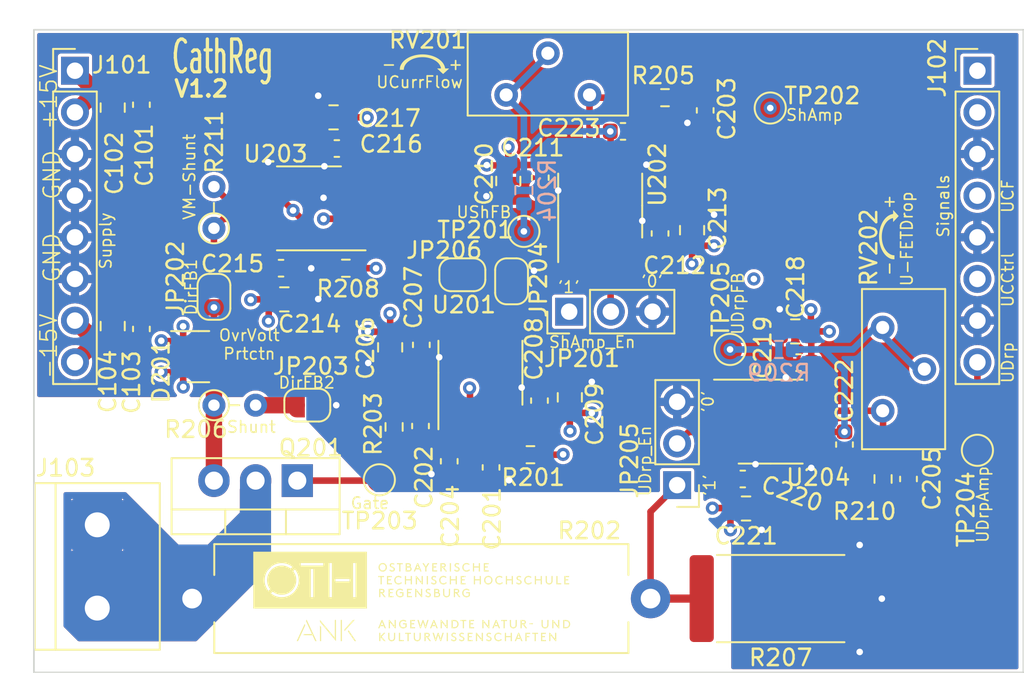
<source format=kicad_pcb>
(kicad_pcb (version 20221018) (generator pcbnew)
  (layers (0 "F.Cu" signal) (1 "In1.Cu" signal) (2 "In2.Cu" signal) (31 "B.Cu" signal) (34 "B.Paste" user) (35 "F.Paste" user) (36 "B.SilkS" user "B.Silkscreen") (37 "F.SilkS" user "F.Silkscreen") (38 "B.Mask" user) (39 "F.Mask" user) (44 "Edge.Cuts" user))
  (net 0 "")
  (net 1 "Net-(C201-Pad1)")
  (net 2 "GND")
  (net 3 "Net-(C202-Pad2)")
  (net 4 "+15V")
  (net 5 "-15V")
  (net 6 "Net-(D201-Pad3)")
  (net 7 "Net-(JP202-Pad1)")
  (net 8 "Net-(JP203-Pad1)")
  (net 9 "Net-(JP204-Pad2)")
  (net 10 "Net-(JP206-Pad1)")
  (net 11 "Net-(JP206-Pad2)")
  (net 12 "Net-(Q201-Pad1)")
  (net 13 "Net-(R204-Pad1)")
  (net 14 "Net-(R204-Pad2)")
  (net 15 "Net-(R205-Pad2)")
  (net 16 "Net-(JP201-Pad2)")
  (net 17 "Net-(JP205-Pad2)")
  (net 18 "Net-(R209-Pad1)")
  (net 19 "Net-(R209-Pad2)")
  (net 20 "/Channel/USh")
  (net 21 "/Channel/UDrp")
  (net 22 "/UCurrFlow")
  (net 23 "/UFETDrop")
  (net 24 "/UCurrCtrl")
  (net 27 "/ChIn")
  (net 28 "Net-(R210-Pad2)")
  (footprint "Jumper:SolderJumper-2_P1.3mm_Open_RoundedPad1.0x1.5mm" (layer "F.Cu") (at 26.11 14.945)
    (fp_text reference "JP206")
    (fp_text value "FedLp")
  )
  (footprint "Capacitor_SMD:C_0603_1608Metric" (layer "F.Cu") (at 30.81 22.62 -90)
    (fp_text reference "C208")
    (fp_text value "100n/25V")
  )
  (footprint "Capacitor_SMD:C_0603_1608Metric" (layer "F.Cu") (at 35.9 6.2 180)
    (fp_text reference "C223")
    (fp_text value "68n/25V")
  )
  (footprint "Resistor_SMD:R_0603_1608Metric" (layer "F.Cu") (at 51.75 27.4 90)
    (fp_text reference "R210")
    (fp_text value "50R")
  )
  (footprint "Capacitor_SMD:C_0805_2012Metric" (layer "F.Cu") (at 15.26 16.445 180)
    (fp_text reference "C214")
    (fp_text value "10µ/25V")
  )
  (footprint "Jumper:SolderJumper-2_P1.3mm_Open_RoundedPad1.0x1.5mm" (layer "F.Cu") (at 29.11 15.345 -90)
    (fp_text reference "JP204")
    (fp_text value "ResGND")
  )
  (footprint "Capacitor_SMD:C_0603_1608Metric" (layer "F.Cu") (at 30.86 9.025 90)
    (fp_text reference "C211")
    (fp_text value "100n/25V")
  )
  (footprint "Capacitor_SMD:C_0805_2012Metric" (layer "F.Cu") (at 32.66 22.42 -90)
    (fp_text reference "C209")
    (fp_text value "10µ/25V")
  )
  (footprint "Capacitor_SMD:C_0805_2012Metric" (layer "F.Cu") (at 46.4 18.4)
    (fp_text reference "C218")
    (fp_text value "10µ/25V")
  )
  (footprint "Resistor_SMD:R_4020_10251Metric" (layer "F.Cu") (at 45.51 34.695 180)
    (fp_text reference "R207")
    (fp_text value "5G/5%")
  )
  (footprint "Package_TO_SOT_THT:TO-220-3_Vertical" (layer "F.Cu") (at 16.05 27.5 180)
    (fp_text reference "Q201")
    (fp_text value "NDFPD1N150CG")
  )
  (footprint "Package_SO:SOIC-8_3.9x4.9mm_P1.27mm" (layer "F.Cu") (at 34.51 10.725 90)
    (fp_text reference "U202")
    (fp_text value "OPA2156xD")
  )
  (footprint "TestPoint:TestPoint_Pad_D1.5mm" (layer "F.Cu") (at 42.425 19.5)
    (fp_text reference "TP205")
    (fp_text value "UDrpFB")
  )
  (footprint "Capacitor_SMD:C_0805_2012Metric" (layer "F.Cu") (at 18.26 5.345)
    (fp_text reference "C217")
    (fp_text value "10µ/25V")
  )
  (footprint "Package_SO:SOIC-8_3.9x4.9mm_P1.27mm" (layer "F.Cu") (at 27.21 20.92 90)
    (fp_text reference "U201")
    (fp_text value "OPA2156xD")
  )
  (footprint "Capacitor_SMD:C_0805_2012Metric" (layer "F.Cu") (at 43.4 29.2 180)
    (fp_text reference "C221")
    (fp_text value "10µ/25V")
  )
  (footprint "Capacitor_SMD:C_0603_1608Metric" (layer "F.Cu") (at 27.86 26.695 -90)
    (fp_text reference "C201")
    (fp_text value "1n/25V")
  )
  (footprint "TestPoint:TestPoint_Pad_D1.5mm" (layer "F.Cu") (at 21.05 27.45)
    (fp_text reference "TP203")
    (fp_text value "Gate")
  )
  (footprint "CustomPinHeader:PinHeader_1x03_P2.54mm_Vertical" (layer "F.Cu") (at 32.62 17.195 90)
    (fp_text reference "JP201")
    (fp_text value "ShAmp_En")
  )
  (footprint "Potentiometer_THT:Potentiometer_Bourns_3296Y_Vertical" (layer "F.Cu") (at 51.725 18.16 90)
    (fp_text reference "RV202")
    (fp_text value "1M")
  )
  (footprint "Package_TO_SOT_SMD:SOT-23" (layer "F.Cu") (at 10.0325 19.94)
    (fp_text reference "D201")
    (fp_text value "BAV99")
  )
  (footprint "Resistor_SMD:R_0603_1608Metric" (layer "F.Cu") (at 19.01 14.545)
    (fp_text reference "R208")
    (fp_text value "220R (opt)")
  )
  (footprint "Capacitor_SMD:C_0805_2012Metric" (layer "F.Cu") (at 28.91 9.225 90)
    (fp_text reference "C210")
    (fp_text value "10µ/25V")
  )
  (footprint "Capacitor_SMD:C_0603_1608Metric" (layer "F.Cu") (at 18.46 7.245)
    (fp_text reference "C216")
    (fp_text value "100n/25V")
  )
  (footprint "Jumper:SolderJumper-2_P1.3mm_Open_RoundedPad1.0x1.5mm" (layer "F.Cu") (at 16.66 22.895)
    (fp_text reference "JP203")
    (fp_text value "DirFB2")
  )
  (footprint "Capacitor_SMD:C_0603_1608Metric" (layer "F.Cu") (at 15.06 14.545 180)
    (fp_text reference "C215")
    (fp_text value "100n/25V")
  )
  (footprint "Capacitor_SMD:C_0805_2012Metric" (layer "F.Cu") (at 4.8 18.075 90)
    (fp_text reference "C104")
    (fp_text value "10µ/25V")
  )
  (footprint "Connector_PinHeader_2.54mm:PinHeader_1x08_P2.54mm_Vertical" (layer "F.Cu") (at 2.5 2.5)
    (fp_text reference "J101")
    (fp_text value "Supply")
  )
  (footprint "LOGO" (layer "F.Cu") (at 23.368 35.306)
    (fp_text reference "G***" hide)
    (fp_text value "LOGO" hide)
  )
  (footprint "Resistor_SMD:R_0603_1608Metric" (layer "F.Cu") (at 21.95 24.225 -90)
    (fp_text reference "R203")
    (fp_text value "220R")
  )
  (footprint "TestPoint:TestPoint_Pad_D1.5mm" (layer "F.Cu") (at 29.86 12.3)
    (fp_text reference "TP201")
    (fp_text value "UShFB")
  )
  (footprint "CustomPinHeader:PinHeader_1x03_P2.54mm_Vertical" (layer "F.Cu") (at 39.2 27.775 180)
    (fp_text reference "JP205")
    (fp_text value "UDrp_En")
  )
  (footprint "Resistor_THT:R_Axial_DIN0204_L3.6mm_D1.6mm_P2.54mm_Vertical" (layer "F.Cu") (at 10.97 22.9)
    (fp_text reference "R206")
    (fp_text value "Shunt")
  )
  (footprint "Capacitor_SMD:C_0805_2012Metric" (layer "F.Cu") (at 40.11 12.225 -90)
    (fp_text reference "C213")
    (fp_text value "10µ/25V")
  )
  (footprint "Capacitor_SMD:C_0603_1608Metric" (layer "F.Cu") (at 40.91 4.92 90)
    (fp_text reference "C203")
    (fp_text value "470p/25V")
  )
  (footprint "Capacitor_SMD:C_0805_2012Metric" (layer "F.Cu") (at 4.8 4.75 90)
    (fp_text reference "C102")
    (fp_text value "10µ/25V")
  )
  (footprint "Capacitor_SMD:C_0603_1608Metric" (layer "F.Cu") (at 25.31 26.32 90)
    (fp_text reference "C204")
    (fp_text value "1n/25V (opt.)")
  )
  (footprint "Package_SO:SOIC-8_3.9x4.9mm_P1.27mm" (layer "F.Cu") (at 16.76 10.895 180)
    (fp_text reference "U203")
    (fp_text value "OPA2156xD")
  )
  (footprint "Capacitor_SMD:C_0603_1608Metric" (layer "F.Cu") (at 23.56 24.17 90)
    (fp_text reference "C202")
    (fp_text value "100n/25V")
  )
  (footprint "Resistor_THT:R_Axial_Power_L25.0mm_W6.4mm_P27.94mm" (layer "F.Cu") (at 37.58 34.695 180)
    (fp_text reference "R202")
    (fp_text value "1T/5%")
  )
  (footprint "Capacitor_SMD:C_0603_1608Metric" (layer "F.Cu") (at 49.4 25.3 90)
    (fp_text reference "C222")
    (fp_text value "68n/25V")
  )
  (footprint "LOGO" (layer "F.Cu") (at 52.1 12.5 90)
    (fp_text reference "G***" hide)
    (fp_text value "LOGO" hide)
  )
  (footprint "TestPoint:TestPoint_Pad_D1.5mm" (layer "F.Cu") (at 44.875 4.775)
    (fp_text reference "TP202")
    (fp_text value "ShAmp")
  )
  (footprint "TerminalBlock:TerminalBlock_bornier-2_P5.08mm" (layer "F.Cu") (at 3.86 30.195 -90)
    (fp_text reference "J103")
    (fp_text value "Channel-In")
  )
  (footprint "Capacitor_SMD:C_0603_1608Metric" (layer "F.Cu") (at 23.61 19.22 90)
    (fp_text reference "C207")
    (fp_text value "100n/25V")
  )
  (footprint "LOGO" (layer "F.Cu") (at 23.8 2.1)
    (fp_text reference "G***" hide)
    (fp_text value "LOGO" hide)
  )
  (footprint "Capacitor_SMD:C_0603_1608Metric" (layer "F.Cu") (at 43.2 27.4 180)
    (fp_text reference "C220")
    (fp_text value "100n/25V")
  )
  (footprint "Resistor_SMD:R_0603_1608Metric" (layer "F.Cu") (at 30.26 25.92 180)
    (fp_text reference "R201")
    (fp_text value "1k")
  )
  (footprint "Resistor_THT:R_Axial_DIN0204_L3.6mm_D1.6mm_P2.54mm_Vertical" (layer "F.Cu") (at 10.97 12.11 90)
    (fp_text reference "R211")
    (fp_text value "VM-Shunt")
  )
  (footprint "Package_SO:SOIC-8_3.9x4.9mm_P1.27mm" (layer "F.Cu") (at 44.9 23.9)
    (fp_text reference "U204")
    (fp_text value "OPA2156xD")
  )
  (footprint "Capacitor_SMD:C_0603_1608Metric" (layer "F.Cu") (at 38.16 12.425 -90)
    (fp_text reference "C212")
    (fp_text value "100n/25V")
  )
  (footprint "Connector_PinHeader_2.54mm:PinHeader_1x08_P2.54mm_Vertical" (layer "F.Cu") (at 57.5 2.5)
    (fp_text reference "J102")
    (fp_text value "Signals")
  )
  (footprint "Potentiometer_THT:Potentiometer_Bourns_3296Y_Vertical" (layer "F.Cu") (at 28.78 3.975 180)
    (fp_text reference "RV201")
    (fp_text value "1M")
  )
  (footprint "TestPoint:TestPoint_Pad_D1.5mm" (layer "F.Cu") (at 57.5 25.65)
    (fp_text reference "TP204")
    (fp_text value "UDrpAmp")
  )
  (footprint "Capacitor_SMD:C_0603_1608Metric" (layer "F.Cu") (at 6.55 4.575 90)
    (fp_text reference "C101")
    (fp_text value "100n/25V")
  )
  (footprint "Resistor_SMD:R_0603_1608Metric" (layer "F.Cu") (at 38.46 4.145 180)
    (fp_text reference "R205")
    (fp_text value "50R")
  )
  (footprint "Capacitor_SMD:C_0603_1608Metric" (layer "F.Cu") (at 53.3 27.4 -90)
    (fp_text reference "C205")
    (fp_text value "470p/25V")
  )
  (footprint "Capacitor_SMD:C_0603_1608Metric" (layer "F.Cu") (at 46.6 20.305)
    (fp_text reference "C219")
    (fp_text value "100n/25V")
  )
  (footprint "Capacitor_SMD:C_0603_1608Metric" (layer "F.Cu") (at 6.55 18.25 90)
    (fp_text reference "C103")
    (fp_text value "100n/25V")
  )
  (footprint "Capacitor_SMD:C_0805_2012Metric" (layer "F.Cu") (at 21.71 19.37 90)
    (fp_text reference "C206")
    (fp_text value "10µ/25V")
  )
  (footprint "Jumper:SolderJumper-2_P1.3mm_Open_RoundedPad1.0x1.5mm" (layer "F.Cu") (at 10.97 16.29 -90)
    (fp_text reference "JP202")
    (fp_text value "DirFB1")
  )
  (footprint "Resistor_SMD:R_0603_1608Metric" (layer "B.Cu") (at 45.4 19.5)
    (fp_text reference "R209")
    (fp_text value "100k")
  )
  (footprint "Resistor_SMD:R_0603_1608Metric" (layer "B.Cu") (at 29.86 9.8 90)
    (fp_text reference "R204")
    (fp_text value "100k")
  )
  (gr_rect (start 0 0) (end 60.3 39.2) (stroke (width 0.1)) (fill none) (layer "Edge.Cuts"))
  (gr_text "UCF" (at 59.35 10.15 90) (layer "F.SilkS") (effects (font (size 0.7 0.7) (thickness 0.1))))
  (gr_text "GND" (at 1.1 13.9 90) (layer "F.SilkS") (effects (font (size 1 1) (thickness 0.1))))
  (gr_text "UCCtrl" (at 59.35 15.25 90) (layer "F.SilkS") (effects (font (size 0.7 0.7) (thickness 0.1))))
  (gr_text "+15V" (at 0.9 4.1 90) (layer "F.SilkS") (effects (font (size 1 1) (thickness 0.1))))
  (gr_text "UDrp" (at 59.35 20.3 90) (layer "F.SilkS") (effects (font (size 0.7 0.7) (thickness 0.1))))
  (gr_text "-      +" (at 26.2 2.1) (layer "F.SilkS") (effects (font (size 0.7 0.7) (thickness 0.1)) (justify right)))
  (gr_text "U-FETDrop" (at 53.2 15.7 90) (layer "F.SilkS") (effects (font (size 0.7 0.7) (thickness 0.1)) (justify left)))
  (gr_text "-      +" (at 52.1 10 90) (layer "F.SilkS") (effects (font (size 0.7 0.7) (thickness 0.1)) (justify right)))
  (gr_text "GND" (at 1.1 8.85 90) (layer "F.SilkS") (effects (font (size 1 1) (thickness 0.1))))
  (gr_text "-15V" (at 0.9 19.3 90) (layer "F.SilkS") (effects (font (size 1 1) (thickness 0.1))))
  (gr_text "V1.2" (at 10.2 3.6) (layer "F.SilkS") (effects (font (size 1 1) (thickness 0.2))))
  (gr_text "CathReg" (at 11.5 1.65) (layer "F.SilkS") (effects (font (size 2 1) (thickness 0.2))))
  (gr_text "OvrVolt\nPrtctn" (at 13.125 19.2) (layer "F.SilkS") (effects (font (size 0.7 0.7) (thickness 0.1))))
  (gr_text "UCurrFlow" (at 26.2 3.2) (layer "F.SilkS") (effects (font (size 0.7 0.7) (thickness 0.1)) (justify right)))
  (segment (start 29.435 25.92) (end 27.86 25.92) (width 0.4) (layer "F.Cu") (net 1))
  (segment (start 27.845 25.905) (end 27.86 25.92) (width 0.4) (layer "F.Cu") (net 1))
  (segment (start 27.845 23.395) (end 27.845 25.905) (width 0.4) (layer "F.Cu") (net 1))
  (segment (start 32.66 21.47) (end 33.995 21.47) (width 0.4) (layer "F.Cu") (net 2))
  (segment (start 20.38 20.32) (end 20.375 20.325) (width 0.4) (layer "F.Cu") (net 2))
  (segment (start 50.3225 31.4275) (end 50.325 31.425) (width 0.4) (layer "F.Cu") (net 2))
  (segment (start 45.45 18.4) (end 45.45 17.05) (width 0.4) (layer "F.Cu") (net 2))
  (segment (start 50.3225 37.9475) (end 50.325 37.95) (width 0.4) (layer "F.Cu") (net 2))
  (segment (start 37.08 11.65) (end 37.075 11.655) (width 0.4) (layer "F.Cu") (net 2))
  (segment (start 30.86 9.8) (end 31.945 9.8) (width 0.4) (layer "F.Cu") (net 2))
  (segment (start 17.31 5.345) (end 17.31 4.04) (width 0.4) (layer "F.Cu") (net 2))
  (segment (start 51.67 34.695) (end 51.675 34.7) (width 0.4) (layer "F.Cu") (net 2))
  (segment (start 33.995 21.47) (end 34 21.475) (width 0.4) (layer "F.Cu") (net 2))
  (segment (start 28.945 27.47) (end 28.95 27.475) (width 0.4) (layer "F.Cu") (net 2))
  (segment (start 14.285 8.085) (end 14.275 8.075) (width 0.4) (layer "F.Cu") (net 2))
  (segment (start 25.31 27.095) (end 24.23 27.095) (width 0.4) (layer "F.Cu") (net 2))
  (segment (start 19.235 10.26) (end 17.66 10.26) (width 0.4) (layer "F.Cu") (net 2))
  (segment (start 17.31 4.04) (end 17.325 4.025) (width 0.4) (layer "F.Cu") (net 2))
  (segment (start 41.445 11.275) (end 41.45 11.28) (width 0.4) (layer "F.Cu") (net 2))
  (segment (start 30.47 14.695) (end 30.475 14.7) (width 0.4) (layer "F.Cu") (net 2))
  (segment (start 16.895 14.545) (end 16.9 14.55) (width 0.4) (layer "F.Cu") (net 2))
  (segment (start 50.3225 34.695) (end 50.3225 37.9475) (width 0.4) (layer "F.Cu") (net 2))
  (segment (start 38.16 11.65) (end 37.08 11.65) (width 0.4) (layer "F.Cu") (net 2))
  (segment (start 17.31 22.895) (end 18.42 22.895) (width 0.4) (layer "F.Cu") (net 2))
  (segment (start 28.91 10.175) (end 27.595 10.175) (width 0.4) (layer "F.Cu") (net 2))
  (segment (start 36.415 8.25) (end 37.305 8.25) (width 0.4) (layer "F.Cu") (net 2))
  (segment (start 27.595 10.175) (end 27.575 10.155) (width 0.4) (layer "F.Cu") (net 2))
  (segment (start 47.375 25.805) (end 47.375 26.725) (width 0.4) (layer "F.Cu") (net 2))
  (segment (start 24.68 19.995) (end 24.7 19.975) (width 0.4) (layer "F.Cu") (net 2))
  (segment (start 21.71 20.32) (end 20.38 20.32) (width 0.4) (layer "F.Cu") (net 2))
  (segment (start 31.945 9.8) (end 31.95 9.805) (width 0.4) (layer "F.Cu") (net 2))
  (segment (start 29.745 21.845) (end 29.725 21.825) (width 0.4) (layer "F.Cu") (net 2))
  (segment (start 44.35 29.175) (end 44.35 30.5) (width 0.4) (layer "F.Cu") (net 2))
  (segment (start 17.685 7.245) (end 17.685 8.31) (width 0.4) (layer "F.Cu") (net 2))
  (segment (start 45.825 20.105) (end 45.825 21.205) (width 0.4) (layer "F.Cu") (net 2))
  (segment (start 50.3225 34.695) (end 51.67 34.695) (width 0.4) (layer "F.Cu") (net 2))
  (segment (start 16.21 16.445) (end 17.305 16.445) (width 0.4) (layer "F.Cu") (net 2))
  (segment (start 40.91 5.7) (end 39.845 5.7) (width 0.4) (layer "F.Cu") (net 2))
  (segment (start 37.305 8.25) (end 37.325 8.23) (width 0.4) (layer "F.Cu") (net 2))
  (segment (start 17.305 16.445) (end 17.325 16.425) (width 0.4) (layer "F.Cu") (net 2))
  (segment (start 39.845 5.7) (end 39.825 5.68) (width 0.4) (layer "F.Cu") (net 2))
  (segment (start 23.61 19.995) (end 24.68 19.995) (width 0.4) (layer "F.Cu") (net 2))
  (segment (start 18.42 22.895) (end 18.425 22.9) (width 0.4) (layer "F.Cu") (net 2))
  (segment (start 29.11 14.695) (end 30.47 14.695) (width 0.4) (layer "F.Cu") (net 2))
  (segment (start 24.23 27.095) (end 24.225 27.1) (width 0.4) (layer "F.Cu") (net 2))
  (segment (start 17.66 10.26) (end 17.65 10.25) (width 0.4) (layer "F.Cu") (net 2))
  (segment (start 50.3225 34.695) (end 50.3225 31.4275) (width 0.4) (layer "F.Cu") (net 2))
  (segment (start 27.86 27.47) (end 28.945 27.47) (width 0.4) (layer "F.Cu") (net 2))
  (segment (start 30.81 21.845) (end 29.745 21.845) (width 0.4) (layer "F.Cu") (net 2))
  (segment (start 43.975 27.6) (end 43.975 26.5) (width 0.4) (layer "F.Cu") (net 2))
  (segment (start 14.285 8.99) (end 14.285 8.085) (width 0.4) (layer "F.Cu") (net 2))
  (segment (start 17.685 8.31) (end 17.7 8.325) (width 0.4) (layer "F.Cu") (net 2))
  (segment (start 40.11 11.275) (end 41.445 11.275) (width 0.4) (layer "F.Cu") (net 2))
  (segment (start 15.835 14.545) (end 16.895 14.545) (width 0.4) (layer "F.Cu") (net 2))
  (via (at 14.275 8.075) (size 0.8) (drill 0.4) (layers "F.Cu" "B.Cu") (net 2))
  (via (at 20.375 20.325) (size 0.8) (drill 0.4) (layers "F.Cu" "B.Cu") (net 2))
  (via (at 17.65 10.25) (size 0.8) (drill 0.4) (layers "F.Cu" "B.Cu") (net 2))
  (via (at 37.325 8.23) (size 0.8) (drill 0.4) (layers "F.Cu" "B.Cu") (net 2))
  (via (at 29.725 21.825) (size 0.8) (drill 0.4) (layers "F.Cu" "B.Cu") (net 2))
  (via (at 37.075 11.655) (size 0.8) (drill 0.4) (layers "F.Cu" "B.Cu") (net 2))
  (via (at 44.35 30.5) (size 0.8) (drill 0.4) (layers "F.Cu" "B.Cu") (net 2))
  (via (at 47.375 26.725) (size 0.8) (drill 0.4) (layers "F.Cu" "B.Cu") (net 2))
  (via (at 28.95 27.475) (size 0.8) (drill 0.4) (layers "F.Cu" "B.Cu") (net 2))
  (via (at 17.7 8.325) (size 0.8) (drill 0.4) (layers "F.Cu" "B.Cu") (net 2))
  (via (at 43.975 26.5) (size 0.8) (drill 0.4) (layers "F.Cu" "B.Cu") (net 2))
  (via (at 39.825 5.68) (size 0.8) (drill 0.4) (layers "F.Cu" "B.Cu") (net 2))
  (via (at 30.475 14.7) (size 0.8) (drill 0.4) (layers "F.Cu" "B.Cu") (net 2))
  (via (at 50.325 37.95) (size 0.8) (drill 0.4) (layers "F.Cu" "B.Cu") (net 2))
  (via (at 31.95 9.805) (size 0.8) (drill 0.4) (layers "F.Cu" "B.Cu") (net 2))
  (via (at 24.7 19.975) (size 0.8) (drill 0.4) (layers "F.Cu" "B.Cu") (net 2))
  (via (at 17.325 4.025) (size 0.8) (drill 0.4) (layers "F.Cu" "B.Cu") (net 2))
  (via (at 45.45 17.05) (size 0.8) (drill 0.4) (layers "F.Cu" "B.Cu") (net 2))
  (via (at 24.225 27.1) (size 0.8) (drill 0.4) (layers "F.Cu" "B.Cu") (net 2))
  (via (at 17.325 16.425) (size 0.8) (drill 0.4) (layers "F.Cu" "B.Cu") (net 2))
  (via (at 51.675 34.7) (size 0.8) (drill 0.4) (layers "F.Cu" "B.Cu") (net 2))
  (via (at 50.325 31.425) (size 0.8) (drill 0.4) (layers "F.Cu" "B.Cu") (net 2))
  (via (at 45.825 21.205) (size 0.8) (drill 0.4) (layers "F.Cu" "B.Cu") (net 2))
  (via (at 34 21.475) (size 0.8) (drill 0.4) (layers "F.Cu" "B.Cu") (net 2))
  (via (at 18.425 22.9) (size 0.8) (drill 0.4) (layers "F.Cu" "B.Cu") (net 2))
  (via (at 16.9 14.55) (size 0.8) (drill 0.4) (layers "F.Cu" "B.Cu") (net 2))
  (via (at 41.45 11.28) (size 0.8) (drill 0.4) (layers "F.Cu" "B.Cu") (net 2))
  (via (at 27.575 10.155) (size 0.8) (drill 0.4) (layers "F.Cu" "B.Cu") (net 2))
  (segment (start 21.95 23.4) (end 23.555 23.4) (width 0.4) (layer "F.Cu") (net 3))
  (segment (start 23.555 23.4) (end 23.56 23.395) (width 0.4) (layer "F.Cu") (net 3))
  (segment (start 23.56 23.395) (end 25.305 23.395) (width 0.4) (layer "F.Cu") (net 3))
  (segment (start 47.375 20.2) (end 47.375 18.275) (width 0.4) (layer "F.Cu") (net 4))
  (segment (start 14.31 16.445) (end 13.235 16.445) (width 0.4) (layer "F.Cu") (net 4))
  (segment (start 14.285 14.545) (end 14.285 16.42) (width 0.4) (layer "F.Cu") (net 4))
  (segment (start 47.35 17.075) (end 47.35 18.4) (width 0.4) (layer "F.Cu") (net 4))
  (segment (start 30.86 8.25) (end 28.935 8.25) (width 0.4) (layer "F.Cu") (net 4))
  (segment (start 3.74 3.8) (end 2.5 5.04) (width 1) (layer "F.Cu") (net 4))
  (segment (start 6.55 3.8) (end 4.4 3.8) (width 1) (layer "F.Cu") (net 4))
  (segment (start 21.735 18.445) (end 21.71 18.42) (width 0.4) (layer "F.Cu") (net 4))
  (segment (start 14.285 12.8) (end 14.285 14.545) (width 0.4) (layer "F.Cu") (net 4))
  (segment (start 14.31 16.445) (end 14.31 17.75) (width 0.4) (layer "F.Cu") (net 4))
  (segment (start 28.91 7.165) (end 28.9 7.155) (width 0.4) (layer "F.Cu") (net 4))
  (segment (start 20.37 18.42) (end 20.35 18.4) (width 0.4) (layer "F.Cu") (net 4))
  (segment (start 32.605 8.25) (end 30.86 8.25) (width 0.4) (layer "F.Cu") (net 4))
  (segment (start 27.62 8.275) (end 27.6 8.255) (width 0.4) (layer "F.Cu") (net 4))
  (segment (start 47.375 21.995) (end 47.375 20.305) (width 0.4) (layer "F.Cu") (net 4))
  (segment (start 28.91 8.275) (end 27.62 8.275) (width 0.4) (layer "F.Cu") (net 4))
  (segment (start 9.095 20.89) (end 9.095 21.785) (width 0.4) (layer "F.Cu") (net 4))
  (segment (start 48.475 18.4) (end 47.35 18.4) (width 0.4) (layer "F.Cu") (net 4))
  (segment (start 28.935 8.25) (end 28.91 8.275) (width 0.4) (layer "F.Cu") (net 4))
  (segment (start 23.61 18.445) (end 21.735 18.445) (width 0.4) (layer "F.Cu") (net 4))
  (segment (start 13.235 16.445) (end 13.21 16.47) (width 0.4) (layer "F.Cu") (net 4))
  (segment (start 21.71 18.42) (end 20.37 18.42) (width 0.4) (layer "F.Cu") (net 4))
  (segment (start 28.91 8.275) (end 28.91 7.165) (width 0.4) (layer "F.Cu") (net 4))
  (segment (start 25.305 18.445) (end 23.61 18.445) (width 0.4) (layer "F.Cu") (net 4))
  (segment (start 9.095 21.785) (end 9.1 21.79) (width 0.4) (layer "F.Cu") (net 4))
  (segment (start 4.4 3.8) (end 3.8 3.8) (width 1) (layer "F.Cu") (net 4))
  (segment (start 9.095 20.89) (end 7.76 20.89) (width 0.4) (layer "F.Cu") (net 4))
  (segment (start 4.4 3.8) (end 3.74 3.8) (width 1) (layer "F.Cu") (net 4))
  (segment (start 21.71 18.42) (end 21.71 17.31) (width 0.4) (layer "F.Cu") (net 4))
  (segment (start 21.71 17.31) (end 21.7 17.3) (width 0.4) (layer "F.Cu") (net 4))
  (segment (start 7.76 20.89) (end 7.75 20.88) (width 0.4) (layer "F.Cu") (net 4))
  (segment (start 14.31 17.75) (end 14.29 17.77) (width 0.4) (layer "F.Cu") (net 4))
  (segment (start 14.285 16.42) (end 14.31 16.445) (width 0.4) (layer "F.Cu") (net 4))
  (segment (start 3.8 3.8) (end 2.5 2.5) (width 1) (layer "F.Cu") (net 4))
  (via (at 47.35 17.075) (size 0.8) (drill 0.4) (layers "F.Cu" "B.Cu") (net 4))
  (via (at 9.1 21.79) (size 0.8) (drill 0.4) (layers "F.Cu" "B.Cu") (net 4))
  (via (at 48.475 18.4) (size 0.8) (drill 0.4) (layers "F.Cu" "B.Cu") (net 4))
  (via (at 28.9 7.155) (size 0.8) (drill 0.4) (layers "F.Cu" "B.Cu") (net 4))
  (via (at 27.6 8.255) (size 0.8) (drill 0.4) (layers "F.Cu" "B.Cu") (net 4))
  (via (at 14.29 17.77) (size 0.8) (drill 0.4) (layers "F.Cu" "B.Cu") (net 4))
  (via (at 21.7 17.3) (size 0.8) (drill 0.4) (layers "F.Cu" "B.Cu") (net 4))
  (via (at 7.75 20.88) (size 0.8) (drill 0.4) (layers "F.Cu" "B.Cu") (net 4))
  (via (at 13.21 16.47) (size 0.8) (drill 0.4) (layers "F.Cu" "B.Cu") (net 4))
  (via (at 20.35 18.4) (size 0.8) (drill 0.4) (layers "F.Cu" "B.Cu") (net 4))
  (segment (start 19.235 7.245) (end 19.235 5.37) (width 0.4) (layer "F.Cu") (net 5))
  (segment (start 42.425 25.805) (end 42.425 27.6) (width 0.4) (layer "F.Cu") (net 5))
  (segment (start 9.095 18.095) (end 9.09 18.09) (width 0.4) (layer "F.Cu") (net 5))
  (segment (start 29.115 23.395) (end 30.81 23.395) (width 0.4) (layer "F.Cu") (net 5))
  (segment (start 40.11 13.175) (end 40.11 14.27) (width 0.4) (layer "F.Cu") (net 5))
  (segment (start 9.095 18.99) (end 7.78 18.99) (width 0.4) (layer "F.Cu") (net 5))
  (segment (start 19.235 8.99) (end 19.235 7.245) (width 0.4) (layer "F.Cu") (net 5))
  (segment (start 32.66 23.37) (end 33.995 23.37) (width 0.4) (layer "F.Cu") (net 5))
  (segment (start 42.425 29.175) (end 42.45 29.2) (width 0.4) (layer "F.Cu") (net 5))
  (segment (start 40.11 13.175) (end 41.445 13.175) (width 0.4) (layer "F.Cu") (net 5))
  (segment (start 19.235 5.37) (end 19.21 5.345) (width 0.4) (layer "F.Cu") (net 5))
  (segment (start 36.415 13.2) (end 38.16 13.2) (width 0.4) (layer "F.Cu") (net 5))
  (segment (start 20.295 5.345) (end 20.31 5.36) (width 0.4) (layer "F.Cu") (net 5))
  (segment (start 32.66 24.46) (end 32.675 24.475) (width 0.4) (layer "F.Cu") (net 5))
  (segment (start 9.095 18.99) (end 9.095 18.095) (width 0.4) (layer "F.Cu") (net 5))
  (segment (start 3.755 19.025) (end 2.5 20.28) (width 1) (layer "F.Cu") (net 5))
  (segment (start 4.425 19.025) (end 3.785 19.025) (width 1) (layer "F.Cu") (net 5))
  (segment (start 3.785 19.025) (end 2.5 17.74) (width 1) (layer "F.Cu") (net 5))
  (segment (start 32.66 23.37) (end 32.66 24.46) (width 0.4) (layer "F.Cu") (net 5))
  (segment (start 30.81 23.395) (end 32.635 23.395) (width 0.4) (layer "F.Cu") (net 5))
  (segment (start 40.11 14.27) (end 40.1 14.28) (width 0.4) (layer "F.Cu") (net 5))
  (segment (start 42.425 27.4) (end 42.425 29.175) (width 0.4) (layer "F.Cu") (net 5))
  (segment (start 42.45 30.5) (end 42.45 29.2) (width 0.4) (layer "F.Cu") (net 5))
  (segment (start 40.085 13.2) (end 40.11 13.175) (width 0.4) (layer "F.Cu") (net 5))
  (segment (start 32.635 23.395) (end 32.66 23.37) (width 0.4) (layer "F.Cu") (net 5))
  (segment (start 4.425 19.025) (end 3.755 19.025) (width 1) (layer "F.Cu") (net 5))
  (segment (start 6.55 19.025) (end 4.425 19.025) (width 1) (layer "F.Cu") (net 5))
  (segment (start 19.21 5.345) (end 20.295 5.345) (width 0.4) (layer "F.Cu") (net 5))
  (segment (start 38.16 13.2) (end 40.085 13.2) (width 0.4) (layer "F.Cu") (net 5))
  (segment (start 41.445 13.175) (end 41.45 13.18) (width 0.4) (layer "F.Cu") (net 5))
  (segment (start 33.995 23.37) (end 34 23.375) (width 0.4) (layer "F.Cu") (net 5))
  (segment (start 7.78 18.99) (end 7.76 18.97) (width 0.4) (layer "F.Cu") (net 5))
  (segment (start 41.35 29.175) (end 42.425 29.175) (width 0.4) (layer "F.Cu") (net 5))
  (via (at 34 23.375) (size 0.8) (drill 0.4) (layers "F.Cu" "B.Cu") (net 5))
  (via (at 42.45 30.5) (size 0.8) (drill 0.4) (layers "F.Cu" "B.Cu") (net 5))
  (via (at 32.675 24.475) (size 0.8) (drill 0.4) (layers "F.Cu" "B.Cu") (net 5))
  (via (at 41.45 13.18) (size 0.8) (drill 0.4) (layers "F.Cu" "B.Cu") (net 5))
  (via (at 20.31 5.36) (size 0.8) (drill 0.4) (layers "F.Cu" "B.Cu") (net 5))
  (via (at 7.76 18.97) (size 0.8) (drill 0.4) (layers "F.Cu" "B.Cu") (net 5))
  (via (at 41.35 29.175) (size 0.8) (drill 0.4) (layers "F.Cu" "B.Cu") (net 5))
  (via (at 9.09 18.09) (size 0.8) (drill 0.4) (layers "F.Cu" "B.Cu") (net 5))
  (via (at 40.1 14.28) (size 0.8) (drill 0.4) (layers "F.Cu" "B.Cu") (net 5))
  (segment (start 10.97 19.94) (end 10.97 22.9) (width 1) (layer "F.Cu") (net 6))
  (segment (start 19.235 11.53) (end 17.66 11.53) (width 0.4) (layer "F.Cu") (net 6))
  (segment (start 10.97 22.9) (end 10.97 27.5) (width 1) (layer "F.Cu") (net 6))
  (segment (start 17.66 11.53) (end 17.65 11.54) (width 0.4) (layer "F.Cu") (net 6))
  (segment (start 10.97 19.94) (end 10.97 16.94) (width 0.4) (layer "F.Cu") (net 6))
  (via (at 17.65 11.54) (size 0.8) (drill 0.4) (layers "F.Cu" "B.Cu") (net 6))
  (via (at 10.97 16.94) (size 0.8) (drill 0.4) (layers "F.Cu" "B.Cu") (net 6))
  (segment (start 10.97 12.11) (end 11.55 11.53) (width 0.4) (layer "F.Cu") (net 7))
  (segment (start 18.185 14.545) (end 15.17 11.53) (width 0.4) (layer "F.Cu") (net 7))
  (segment (start 10.97 12.11) (end 10.97 15.64) (width 0.4) (layer "F.Cu") (net 7))
  (segment (start 15.17 11.53) (end 14.285 11.53) (width 0.4) (layer "F.Cu") (net 7))
  (segment (start 11.55 11.53) (end 14.285 11.53) (width 0.4) (layer "F.Cu") (net 7))
  (segment (start 16.005 22.9) (end 16.01 22.895) (width 1) (layer "F.Cu") (net 8))
  (segment (start 17.570665 12.8) (end 19.235 12.8) (width 0.4) (layer "F.Cu") (net 8))
  (segment (start 11.66 10.26) (end 10.97 9.57) (width 0.4) (layer "F.Cu") (net 8))
  (segment (start 15.792096 11.021431) (end 15.030665 10.26) (width 0.4) (layer "F.Cu") (net 8))
  (segment (start 15.030665 10.26) (end 14.285 10.26) (width 0.4) (layer "F.Cu") (net 8))
  (segment (start 15.792096 11.021431) (end 17.570665 12.8) (width 0.4) (layer "F.Cu") (net 8))
  (segment (start 14.285 10.26) (end 11.66 10.26) (width 0.4) (layer "F.Cu") (net 8))
  (segment (start 13.51 22.9) (end 16.005 22.9) (width 1) (layer "F.Cu") (net 8))
  (via (at 15.792096 11.021431) (size 0.8) (drill 0.4) (layers "F.Cu" "B.Cu") (net 8))
  (segment (start 29.11 18.44) (end 29.115 18.445) (width 0.4) (layer "F.Cu") (net 9))
  (segment (start 29.11 15.995) (end 29.11 18.44) (width 0.4) (layer "F.Cu") (net 9))
  (segment (start 25.46 14.945) (end 25.46 15.56) (width 0.4) (layer "F.Cu") (net 10))
  (segment (start 26.575 16.675) (end 26.575 18.445) (width 0.4) (layer "F.Cu") (net 10))
  (segment (start 25.46 15.56) (end 26.575 16.675) (width 0.4) (layer "F.Cu") (net 10))
  (segment (start 27.845 16.795) (end 27.845 18.445) (width 0.4) (layer "F.Cu") (net 11))
  (segment (start 26.76 15.71) (end 27.845 16.795) (width 0.4) (layer "F.Cu") (net 11))
  (segment (start 26.76 14.945) (end 26.76 15.71) (width 0.4) (layer "F.Cu") (net 11))
  (segment (start 21 27.5) (end 21.05 27.45) (width 0.4) (layer "F.Cu") (net 12))
  (segment (start 21.95 25.05) (end 21.95 26.55) (width 0.4) (layer "F.Cu") (net 12))
  (segment (start 21.95 26.55) (end 21.05 27.45) (width 0.4) (layer "F.Cu") (net 12))
  (segment (start 16.05 27.5) (end 21 27.5) (width 0.4) (layer "F.Cu") (net 12))
  (segment (start 32.605 13.2) (end 30.76 13.2) (width 0.4) (layer "F.Cu") (net 13))
  (segment (start 33.875 13.2) (end 32.605 13.2) (width 0.4) (layer "F.Cu") (net 13))
  (segment (start 30.76 13.2) (end 29.86 12.3) (width 0.4) (layer "F.Cu") (net 13))
  (via (at 29.86 12.3) (size 0.8) (drill 0.4) (layers "F.Cu" "B.Cu") (net 13))
  (segment (start 29.86 10.625) (end 29.86 12.3) (width 0.4) (layer "B.Cu") (net 13))
  (segment (start 35.145 8.25) (end 35.145 6.22) (width 0.4) (layer "F.Cu") (net 14))
  (segment (start 35.145 6.22) (end 35.125 6.2) (width 0.4) (layer "F.Cu") (net 14))
  (via (at 35.125 6.2) (size 0.8) (drill 0.4) (layers "F.Cu" "B.Cu") (net 14))
  (segment (start 29.86 8.975) (end 29.86 7.745) (width 0.4) (layer "B.Cu") (net 14))
  (segment (start 28.78 4.075) (end 31.32 1.535) (width 0.4) (layer "B.Cu") (net 14))
  (segment (start 31.125 6.2) (end 29.86 7.465) (width 0.4) (layer "B.Cu") (net 14))
  (segment (start 29.86 7.465) (end 29.86 7.745) (width 0.4) (layer "B.Cu") (net 14))
  (segment (start 28.78 4.075) (end 29.86 5.155) (width 0.4) (layer "B.Cu") (net 14))
  (segment (start 35.125 6.2) (end 31.125 6.2) (width 0.4) (layer "B.Cu") (net 14))
  (segment (start 29.86 5.155) (end 29.86 7.745) (width 0.4) (layer "B.Cu") (net 14))
  (segment (start 33.86 8.235) (end 33.86 4.075) (width 0.4) (layer "F.Cu") (net 15))
  (segment (start 37.635 4.145) (end 33.93 4.145) (width 0.4) (layer "F.Cu") (net 15))
  (segment (start 33.875 8.25) (end 33.86 8.235) (width 0.4) (layer "F.Cu") (net 15))
  (segment (start 33.93 4.145) (end 33.86 4.075) (width 0.4) (layer "F.Cu") (net 15))
  (segment (start 35.145 17.18) (end 35.16 17.195) (width 0.4) (layer "F.Cu") (net 16))
  (segment (start 35.145 12.595) (end 35.145 17.18) (width 0.4) (layer "F.Cu") (net 16))
  (segment (start 39.9 24.535) (end 42.425 24.535) (width 0.4) (layer "F.Cu") (net 17))
  (segment (start 39.2 25.235) (end 39.9 24.535) (width 0.4) (layer "F.Cu") (net 17))
  (segment (start 42.425 21.995) (end 42.425 19.5) (width 0.4) (layer "F.Cu") (net 18))
  (segment (start 42.425 21.995) (end 42.425 23.265) (width 0.4) (layer "F.Cu") (net 18))
  (via (at 42.425 19.5) (size 0.8) (drill 0.4) (layers "F.Cu" "B.Cu") (net 18))
  (segment (start 44.575 19.5) (end 42.425 19.5) (width 0.4) (layer "B.Cu") (net 18))
  (segment (start 49.39 24.535) (end 49.4 24.525) (width 0.4) (layer "F.Cu") (net 19))
  (segment (start 47.375 24.535) (end 49.39 24.535) (width 0.4) (layer "F.Cu") (net 19))
  (via (at 49.4 24.525) (size 0.8) (drill 0.4) (layers "F.Cu" "B.Cu") (net 19))
  (segment (start 51.25 18.16) (end 53.79 20.7) (width 0.4) (layer "B.Cu") (net 19))
  (segment (start 49.91 19.5) (end 50.01 19.4) (width 0.4) (layer "B.Cu") (net 19))
  (segment (start 50.01 19.4) (end 51.25 18.16) (width 0.4) (layer "B.Cu") (net 19))
  (segment (start 46.225 19.5) (end 49.91 19.5) (width 0.4) (layer "B.Cu") (net 19))
  (segment (start 49.4 24.525) (end 49.4 20.8) (width 0.4) (layer "B.Cu") (net 19))
  (segment (start 48.1 19.5) (end 49.91 19.5) (width 0.4) (layer "B.Cu") (net 19))
  (segment (start 49.4 20.8) (end 48.1 19.5) (width 0.4) (layer "B.Cu") (net 19))
  (segment (start 26.575 23.395) (end 26.575 21.875) (width 0.4) (layer "F.Cu") (net 20))
  (segment (start 25.31 25.545) (end 24.16 25.545) (width 0.4) (layer "F.Cu") (net 20))
  (segment (start 26.575 21.875) (end 26.55 21.85) (width 0.4) (layer "F.Cu") (net 20))
  (segment (start 25.795 25.545) (end 25.31 25.545) (width 0.4) (layer "F.Cu") (net 20))
  (segment (start 19.835 14.545) (end 20.845 14.545) (width 0.4) (layer "F.Cu") (net 20))
  (segment (start 26.575 23.395) (end 26.575 24.775) (width 0.4) (layer "F.Cu") (net 20))
  (segment (start 26.575 24.775) (end 25.8 25.55) (width 0.4) (layer "F.Cu") (net 20))
  (segment (start 25.8 25.55) (end 25.795 25.545) (width 0.4) (layer "F.Cu") (net 20))
  (segment (start 20.845 14.545) (end 20.85 14.55) (width 0.4) (layer "F.Cu") (net 20))
  (segment (start 24.16 25.545) (end 23.56 24.945) (width 0.4) (layer "F.Cu") (net 20))
  (via (at 26.55 21.85) (size 0.8) (drill 0.4) (layers "F.Cu" "B.Cu") (net 20))
  (via (at 20.85 14.55) (size 0.8) (drill 0.4) (layers "F.Cu" "B.Cu") (net 20))
  (segment (start 37.58 29.395) (end 39.2 27.775) (width 0.4) (layer "F.Cu") (net 21))
  (segment (start 37.58 34.695) (end 37.58 29.395) (width 0.4) (layer "F.Cu") (net 21))
  (segment (start 37.58 34.695) (end 40.6975 34.695) (width 0.5) (layer "F.Cu") (net 21))
  (segment (start 44.245 4.145) (end 44.875 4.775) (width 0.4) (layer "F.Cu") (net 22))
  (segment (start 40.91 4.145) (end 44.245 4.145) (width 0.4) (layer "F.Cu") (net 22))
  (segment (start 39.285 4.145) (end 40.91 4.145) (width 0.4) (layer "F.Cu") (net 22))
  (via (at 44.875 4.775) (size 0.8) (drill 0.4) (layers "F.Cu" "B.Cu") (net 22))
  (segment (start 53.3 28.175) (end 51.8 28.175) (width 0.4) (layer "F.Cu") (net 23))
  (segment (start 57.5 25.65) (end 54.975 28.175) (width 0.4) (layer "F.Cu") (net 23))
  (segment (start 51.8 28.175) (end 51.75 28.225) (width 0.4) (layer "F.Cu") (net 23))
  (segment (start 53.3 28.175) (end 54.975 28.175) (width 0.4) (layer "F.Cu") (net 23))
  (segment (start 57.5 25.65) (end 57.5 20.28) (width 0.4) (layer "F.Cu") (net 23))
  (segment (start 32.23 25.92) (end 31.085 25.92) (width 0.4) (layer "F.Cu") (net 24))
  (segment (start 32.25 25.9) (end 32.23 25.92) (width 0.4) (layer "F.Cu") (net 24))
  (via (at 32.25 25.9) (size 0.8) (drill 0.4) (layers "F.Cu" "B.Cu") (net 24))
  (via (at 43.875 15.2) (size 0.8) (drill 0.4) (layers "F.Cu" "B.Cu") (net 24))
  (segment (start 51.725 23.24) (end 47.4 23.24) (width 0.4) (layer "F.Cu") (net 28))
  (segment (start 51.75 23.265) (end 51.725 23.24) (width 0.4) (layer "F.Cu") (net 28))
  (segment (start 51.75 26.575) (end 51.75 23.265) (width 0.4) (layer "F.Cu") (net 28))
  (segment (start 47.4 23.24) (end 47.375 23.265) (width 0.4) (layer "F.Cu") (net 28))
  (zone (net 27) (net_name "/ChIn") (layers "F.Cu" "In1.Cu" "In2.Cu" "B.Cu") (connect_pads (clearance 0.25)) (min_thickness 0.25) (fill yes (thermal_gap 0.1) (thermal_bridge_width 3))
    (polygon (pts (xy 13.85 26.85) (xy 14.45 27.5) (xy 14.45 32.75) (xy 9.9 37.3) (xy 2.7 37.3) (xy 1.8 36.4) (xy 1.8 28.2) (xy 5.6 28.2) (xy 8.8 31.4) (xy 10.6 31.4) (xy 12.55 29.45) (xy 12.55 27.5) (xy 13.1 26.85)))
  )
  (zone (net 2) (net_name "GND") (layers "F&B.Cu") (connect_pads (clearance 0.2)) (min_thickness 0.2) (fill yes (thermal_gap 0.2) (thermal_bridge_width 0.5))
    (polygon (pts (xy 60 39) (xy 42.5 39) (xy 42.5 31.3) (xy 40.8 29.6) (xy 40.8 28.2) (xy 20.8 28.2) (xy 16.6 23.8) (xy 16.6 22.4) (xy 0.000493 22.400002) (xy 0 0) (xy 60 0)))
  )
)
</source>
